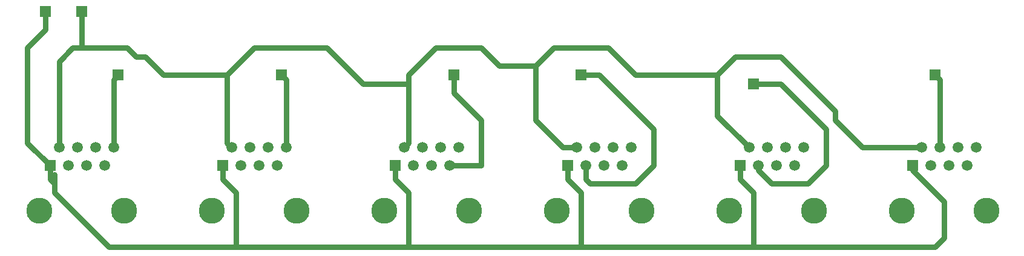
<source format=gbl>
G04 (created by PCBNEW (2013-may-18)-stable) date dom 18 oct 2015 20:31:16 CDT*
%MOIN*%
G04 Gerber Fmt 3.4, Leading zero omitted, Abs format*
%FSLAX34Y34*%
G01*
G70*
G90*
G04 APERTURE LIST*
%ADD10C,0.00590551*%
%ADD11C,0.1437*%
%ADD12R,0.0591X0.0591*%
%ADD13C,0.0591*%
%ADD14R,0.06X0.06*%
%ADD15C,0.0314961*%
G04 APERTURE END LIST*
G54D10*
G54D11*
X31838Y-47500D03*
X27165Y-47500D03*
G54D12*
X27750Y-45000D03*
G54D13*
X28250Y-44000D03*
X28750Y-45000D03*
X29250Y-44000D03*
X29750Y-45000D03*
X30250Y-44000D03*
X30750Y-45000D03*
X31250Y-44000D03*
G54D11*
X41338Y-47500D03*
X36665Y-47500D03*
G54D12*
X37250Y-45000D03*
G54D13*
X37750Y-44000D03*
X38250Y-45000D03*
X38750Y-44000D03*
X39250Y-45000D03*
X39750Y-44000D03*
X40250Y-45000D03*
X40750Y-44000D03*
G54D11*
X50838Y-47500D03*
X46165Y-47500D03*
G54D12*
X46750Y-45000D03*
G54D13*
X47250Y-44000D03*
X47750Y-45000D03*
X48250Y-44000D03*
X48750Y-45000D03*
X49250Y-44000D03*
X49750Y-45000D03*
X50250Y-44000D03*
G54D11*
X60338Y-47500D03*
X55665Y-47500D03*
G54D12*
X56250Y-45000D03*
G54D13*
X56750Y-44000D03*
X57250Y-45000D03*
X57750Y-44000D03*
X58250Y-45000D03*
X58750Y-44000D03*
X59250Y-45000D03*
X59750Y-44000D03*
G54D11*
X69838Y-47500D03*
X65165Y-47500D03*
G54D12*
X65750Y-45000D03*
G54D13*
X66250Y-44000D03*
X66750Y-45000D03*
X67250Y-44000D03*
X67750Y-45000D03*
X68250Y-44000D03*
X68750Y-45000D03*
X69250Y-44000D03*
G54D11*
X79338Y-47500D03*
X74665Y-47500D03*
G54D12*
X75250Y-45000D03*
G54D13*
X75750Y-44000D03*
X76250Y-45000D03*
X76750Y-44000D03*
X77250Y-45000D03*
X77750Y-44000D03*
X78250Y-45000D03*
X78750Y-44000D03*
G54D14*
X50000Y-40000D03*
X76500Y-40000D03*
X31500Y-40000D03*
X40500Y-40000D03*
X27500Y-36500D03*
X29500Y-36500D03*
X57000Y-40000D03*
X66500Y-40500D03*
G54D15*
X29500Y-38500D02*
X29500Y-36500D01*
X37500Y-40000D02*
X34000Y-40000D01*
X28250Y-39250D02*
X28250Y-44000D01*
X29000Y-38500D02*
X28250Y-39250D01*
X32000Y-38500D02*
X29500Y-38500D01*
X29500Y-38500D02*
X29000Y-38500D01*
X32500Y-39000D02*
X32000Y-38500D01*
X33000Y-39000D02*
X32500Y-39000D01*
X34000Y-40000D02*
X33000Y-39000D01*
X47500Y-40500D02*
X45000Y-40500D01*
X37500Y-43750D02*
X37750Y-44000D01*
X37500Y-40000D02*
X37500Y-43750D01*
X39000Y-38500D02*
X37500Y-40000D01*
X43000Y-38500D02*
X39000Y-38500D01*
X45000Y-40500D02*
X43000Y-38500D01*
X54500Y-39500D02*
X52500Y-39500D01*
X47500Y-43750D02*
X47250Y-44000D01*
X47500Y-40000D02*
X47500Y-40500D01*
X47500Y-40500D02*
X47500Y-43750D01*
X49000Y-38500D02*
X47500Y-40000D01*
X51500Y-38500D02*
X49000Y-38500D01*
X52500Y-39500D02*
X51500Y-38500D01*
X64500Y-40000D02*
X60000Y-40000D01*
X56000Y-44000D02*
X56750Y-44000D01*
X54500Y-42500D02*
X56000Y-44000D01*
X54500Y-39500D02*
X54500Y-42500D01*
X55500Y-38500D02*
X54500Y-39500D01*
X58500Y-38500D02*
X55500Y-38500D01*
X60000Y-40000D02*
X58500Y-38500D01*
X75750Y-44000D02*
X72500Y-44000D01*
X64500Y-42250D02*
X66250Y-44000D01*
X64500Y-40000D02*
X64500Y-42250D01*
X65500Y-39000D02*
X64500Y-40000D01*
X68000Y-39000D02*
X65500Y-39000D01*
X71000Y-42000D02*
X68000Y-39000D01*
X71000Y-42500D02*
X71000Y-42000D01*
X72500Y-44000D02*
X71000Y-42500D01*
X66750Y-45000D02*
X66750Y-45250D01*
X68000Y-40500D02*
X66500Y-40500D01*
X70500Y-43000D02*
X68000Y-40500D01*
X70500Y-45000D02*
X70500Y-43000D01*
X69500Y-46000D02*
X70500Y-45000D01*
X67500Y-46000D02*
X69500Y-46000D01*
X66750Y-45250D02*
X67500Y-46000D01*
X40750Y-44000D02*
X40750Y-40250D01*
X40750Y-40250D02*
X40500Y-40000D01*
X31250Y-44000D02*
X31250Y-40250D01*
X31250Y-40250D02*
X31500Y-40000D01*
X49750Y-45000D02*
X51500Y-45000D01*
X50000Y-41000D02*
X50000Y-40000D01*
X51500Y-42500D02*
X50000Y-41000D01*
X51500Y-45000D02*
X51500Y-42500D01*
X76750Y-44000D02*
X76750Y-40250D01*
X76750Y-40250D02*
X76500Y-40000D01*
X57250Y-45000D02*
X57250Y-45750D01*
X58000Y-40000D02*
X57000Y-40000D01*
X61000Y-43000D02*
X58000Y-40000D01*
X61000Y-45000D02*
X61000Y-43000D01*
X60000Y-46000D02*
X61000Y-45000D01*
X57500Y-46000D02*
X60000Y-46000D01*
X57250Y-45750D02*
X57500Y-46000D01*
X27500Y-36500D02*
X27500Y-37500D01*
X26500Y-43750D02*
X27750Y-45000D01*
X26500Y-38500D02*
X26500Y-43750D01*
X27500Y-37500D02*
X26500Y-38500D01*
X27750Y-45000D02*
X27750Y-45750D01*
X27750Y-45750D02*
X28000Y-46000D01*
X37250Y-45000D02*
X37250Y-45750D01*
X38000Y-46500D02*
X38000Y-49500D01*
X37250Y-45750D02*
X38000Y-46500D01*
X46750Y-45000D02*
X46750Y-45750D01*
X47500Y-46500D02*
X47500Y-49500D01*
X46750Y-45750D02*
X47500Y-46500D01*
X56250Y-45000D02*
X56250Y-45750D01*
X57000Y-46500D02*
X57000Y-49500D01*
X56250Y-45750D02*
X57000Y-46500D01*
X65750Y-45000D02*
X65750Y-45750D01*
X66500Y-46500D02*
X66500Y-49500D01*
X65750Y-45750D02*
X66500Y-46500D01*
X75250Y-45000D02*
X75250Y-45250D01*
X28000Y-46500D02*
X28000Y-46000D01*
X28000Y-46000D02*
X28000Y-45500D01*
X31000Y-49500D02*
X28000Y-46500D01*
X76500Y-49500D02*
X66500Y-49500D01*
X66500Y-49500D02*
X57000Y-49500D01*
X57000Y-49500D02*
X47500Y-49500D01*
X47500Y-49500D02*
X38000Y-49500D01*
X38000Y-49500D02*
X31000Y-49500D01*
X77000Y-49000D02*
X76500Y-49500D01*
X77000Y-47000D02*
X77000Y-49000D01*
X75250Y-45250D02*
X77000Y-47000D01*
M02*

</source>
